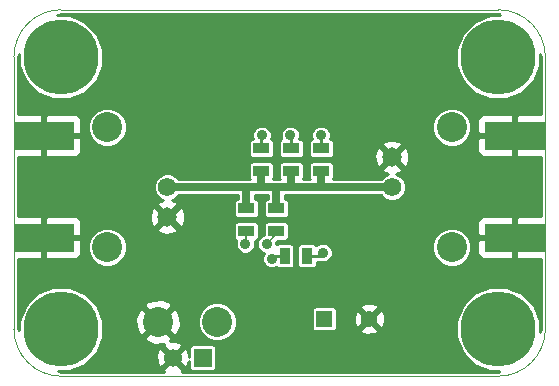
<source format=gbl>
G04 (created by PCBNEW (2013-04-19 BZR 4011)-stable) date 22/05/2013 10:42:45*
%MOIN*%
G04 Gerber Fmt 3.4, Leading zero omitted, Abs format*
%FSLAX34Y34*%
G01*
G70*
G90*
G04 APERTURE LIST*
%ADD10C,0.006*%
%ADD11C,0.00393701*%
%ADD12R,0.055X0.035*%
%ADD13R,0.055X0.055*%
%ADD14C,0.055*%
%ADD15C,0.1*%
%ADD16C,0.25*%
%ADD17R,0.2X0.095*%
%ADD18C,0.062*%
%ADD19C,0.065*%
%ADD20R,0.035X0.055*%
%ADD21R,0.06X0.06*%
%ADD22C,0.06*%
%ADD23C,0.035*%
%ADD24C,0.008*%
%ADD25C,0.01*%
%ADD26C,0.025*%
G04 APERTURE END LIST*
G54D10*
G54D11*
X17716Y-10629D02*
X17716Y-1574D01*
X0Y-1574D02*
X0Y-10629D01*
X1574Y-12216D02*
X16141Y-12216D01*
X16141Y0D02*
X1574Y0D01*
X0Y-10641D02*
G75*
G03X1574Y-12216I1574J0D01*
G74*
G01*
X16141Y-12216D02*
G75*
G03X17716Y-10641I0J1574D01*
G74*
G01*
X17716Y-1574D02*
G75*
G03X16141Y0I-1574J0D01*
G74*
G01*
X1574Y0D02*
G75*
G03X0Y-1574I0J-1574D01*
G74*
G01*
G54D12*
X8750Y-7375D03*
X8750Y-6625D03*
X7750Y-7375D03*
X7750Y-6625D03*
X10250Y-4625D03*
X10250Y-5375D03*
X9250Y-4625D03*
X9250Y-5375D03*
X8250Y-4625D03*
X8250Y-5375D03*
G54D13*
X10350Y-10300D03*
G54D14*
X11850Y-10300D03*
G54D15*
X6771Y-10405D03*
X4803Y-10405D03*
G54D16*
X1574Y-10641D03*
X16141Y-1586D03*
X1574Y-1586D03*
G54D17*
X1000Y-4200D03*
X1000Y-7600D03*
G54D18*
X5118Y-5917D03*
G54D19*
X5118Y-6917D03*
G54D15*
X3118Y-7917D03*
X3118Y-3917D03*
G54D17*
X16700Y-4200D03*
X16700Y-7600D03*
G54D16*
X16141Y-10641D03*
G54D18*
X12598Y-5917D03*
G54D19*
X12598Y-4917D03*
G54D15*
X14598Y-3917D03*
X14598Y-7917D03*
G54D20*
X9025Y-8200D03*
X9775Y-8200D03*
G54D21*
X6300Y-11600D03*
G54D22*
X5300Y-11600D03*
G54D23*
X7480Y-11811D03*
X1000Y-8500D03*
X1000Y-3300D03*
X16700Y-8400D03*
X16700Y-3400D03*
X6200Y-7200D03*
X10629Y-7098D03*
X6929Y-4027D03*
X8425Y-7807D03*
X7716Y-7807D03*
X10300Y-8100D03*
X10236Y-4185D03*
X9212Y-4185D03*
X8267Y-4185D03*
X8600Y-8300D03*
G54D24*
X8750Y-7482D02*
X8750Y-7375D01*
X8425Y-7807D02*
X8750Y-7482D01*
X7750Y-7773D02*
X7750Y-7375D01*
X7716Y-7807D02*
X7750Y-7773D01*
G54D25*
X10200Y-8200D02*
X9775Y-8200D01*
X10300Y-8100D02*
X10200Y-8200D01*
G54D26*
X7750Y-6625D02*
X7750Y-5917D01*
X8750Y-6625D02*
X8750Y-5917D01*
X8250Y-5375D02*
X8250Y-5917D01*
X9250Y-5375D02*
X9250Y-5917D01*
X10250Y-5375D02*
X10250Y-5917D01*
X5118Y-5917D02*
X7750Y-5917D01*
X7750Y-5917D02*
X8250Y-5917D01*
X8250Y-5917D02*
X8750Y-5917D01*
X8750Y-5917D02*
X9250Y-5917D01*
X9250Y-5917D02*
X10250Y-5917D01*
X10250Y-5917D02*
X12598Y-5917D01*
G54D25*
X10250Y-4198D02*
X10250Y-4625D01*
X10236Y-4185D02*
X10250Y-4198D01*
X9250Y-4222D02*
X9250Y-4625D01*
X9212Y-4185D02*
X9250Y-4222D01*
X8250Y-4625D02*
X8250Y-4202D01*
X8250Y-4202D02*
X8267Y-4185D01*
X8700Y-8200D02*
X9025Y-8200D01*
X8600Y-8300D02*
X8700Y-8200D01*
G54D10*
G36*
X17566Y-10629D02*
X17545Y-10735D01*
X17541Y-10739D01*
X17541Y-10364D01*
X17329Y-9849D01*
X16935Y-9455D01*
X16650Y-9336D01*
X16650Y-8262D01*
X16650Y-7650D01*
X16650Y-7550D01*
X16650Y-6937D01*
X16650Y-4862D01*
X16650Y-4250D01*
X16650Y-4150D01*
X16650Y-3537D01*
X16587Y-3475D01*
X15650Y-3474D01*
X15558Y-3512D01*
X15488Y-3583D01*
X15450Y-3675D01*
X15449Y-3774D01*
X15450Y-4087D01*
X15512Y-4150D01*
X16650Y-4150D01*
X16650Y-4250D01*
X15512Y-4250D01*
X15450Y-4312D01*
X15449Y-4625D01*
X15450Y-4724D01*
X15488Y-4816D01*
X15558Y-4887D01*
X15650Y-4925D01*
X16587Y-4925D01*
X16650Y-4862D01*
X16650Y-6937D01*
X16587Y-6875D01*
X15650Y-6874D01*
X15558Y-6912D01*
X15488Y-6983D01*
X15450Y-7075D01*
X15449Y-7174D01*
X15450Y-7487D01*
X15512Y-7550D01*
X16650Y-7550D01*
X16650Y-7650D01*
X15512Y-7650D01*
X15450Y-7712D01*
X15449Y-8025D01*
X15450Y-8124D01*
X15488Y-8216D01*
X15558Y-8287D01*
X15650Y-8325D01*
X16587Y-8325D01*
X16650Y-8262D01*
X16650Y-9336D01*
X16421Y-9241D01*
X15864Y-9241D01*
X15349Y-9454D01*
X15248Y-9555D01*
X15248Y-7788D01*
X15248Y-3788D01*
X15149Y-3549D01*
X14967Y-3366D01*
X14728Y-3267D01*
X14469Y-3267D01*
X14230Y-3365D01*
X14047Y-3548D01*
X13948Y-3787D01*
X13948Y-4046D01*
X14047Y-4285D01*
X14229Y-4468D01*
X14468Y-4567D01*
X14727Y-4567D01*
X14966Y-4468D01*
X15149Y-4285D01*
X15248Y-4047D01*
X15248Y-3788D01*
X15248Y-7788D01*
X15149Y-7549D01*
X14967Y-7366D01*
X14728Y-7267D01*
X14469Y-7267D01*
X14230Y-7365D01*
X14047Y-7548D01*
X13948Y-7787D01*
X13948Y-8046D01*
X14047Y-8285D01*
X14229Y-8468D01*
X14468Y-8567D01*
X14727Y-8567D01*
X14966Y-8468D01*
X15149Y-8285D01*
X15248Y-8047D01*
X15248Y-7788D01*
X15248Y-9555D01*
X14955Y-9847D01*
X14741Y-10362D01*
X14741Y-10918D01*
X14954Y-11433D01*
X15347Y-11827D01*
X15862Y-12041D01*
X16174Y-12041D01*
X16153Y-12061D01*
X16126Y-12066D01*
X13178Y-12066D01*
X13178Y-5005D01*
X13167Y-4776D01*
X13100Y-4614D01*
X13002Y-4584D01*
X12931Y-4654D01*
X12931Y-4513D01*
X12901Y-4415D01*
X12686Y-4337D01*
X12457Y-4348D01*
X12295Y-4415D01*
X12265Y-4513D01*
X12598Y-4846D01*
X12931Y-4513D01*
X12931Y-4654D01*
X12669Y-4917D01*
X13002Y-5250D01*
X13100Y-5220D01*
X13178Y-5005D01*
X13178Y-12066D01*
X13058Y-12066D01*
X13058Y-5826D01*
X12988Y-5657D01*
X12859Y-5527D01*
X12749Y-5482D01*
X12901Y-5419D01*
X12931Y-5321D01*
X12598Y-4988D01*
X12527Y-5058D01*
X12527Y-4917D01*
X12194Y-4584D01*
X12096Y-4614D01*
X12018Y-4829D01*
X12029Y-5058D01*
X12096Y-5220D01*
X12194Y-5250D01*
X12527Y-4917D01*
X12527Y-5058D01*
X12265Y-5321D01*
X12295Y-5419D01*
X12457Y-5477D01*
X12338Y-5527D01*
X12222Y-5642D01*
X10644Y-5642D01*
X10652Y-5635D01*
X10674Y-5579D01*
X10675Y-5520D01*
X10675Y-5170D01*
X10675Y-4770D01*
X10675Y-4420D01*
X10652Y-4365D01*
X10610Y-4322D01*
X10554Y-4300D01*
X10540Y-4300D01*
X10561Y-4249D01*
X10561Y-4120D01*
X10511Y-4001D01*
X10420Y-3909D01*
X10301Y-3860D01*
X10171Y-3859D01*
X10052Y-3909D01*
X9960Y-4000D01*
X9911Y-4120D01*
X9911Y-4249D01*
X9933Y-4304D01*
X9890Y-4322D01*
X9847Y-4364D01*
X9825Y-4420D01*
X9824Y-4479D01*
X9824Y-4829D01*
X9847Y-4884D01*
X9889Y-4927D01*
X9945Y-4949D01*
X10004Y-4950D01*
X10554Y-4950D01*
X10609Y-4927D01*
X10652Y-4885D01*
X10674Y-4829D01*
X10675Y-4770D01*
X10675Y-5170D01*
X10652Y-5115D01*
X10610Y-5072D01*
X10554Y-5050D01*
X10495Y-5049D01*
X9945Y-5049D01*
X9890Y-5072D01*
X9847Y-5114D01*
X9825Y-5170D01*
X9824Y-5229D01*
X9824Y-5579D01*
X9847Y-5634D01*
X9855Y-5642D01*
X9644Y-5642D01*
X9652Y-5635D01*
X9674Y-5579D01*
X9675Y-5520D01*
X9675Y-5170D01*
X9675Y-4770D01*
X9675Y-4420D01*
X9652Y-4365D01*
X9610Y-4322D01*
X9554Y-4300D01*
X9516Y-4299D01*
X9537Y-4249D01*
X9537Y-4120D01*
X9488Y-4001D01*
X9396Y-3909D01*
X9277Y-3860D01*
X9148Y-3859D01*
X9028Y-3909D01*
X8937Y-4000D01*
X8887Y-4120D01*
X8887Y-4249D01*
X8913Y-4312D01*
X8890Y-4322D01*
X8847Y-4364D01*
X8825Y-4420D01*
X8824Y-4479D01*
X8824Y-4829D01*
X8847Y-4884D01*
X8889Y-4927D01*
X8945Y-4949D01*
X9004Y-4950D01*
X9554Y-4950D01*
X9609Y-4927D01*
X9652Y-4885D01*
X9674Y-4829D01*
X9675Y-4770D01*
X9675Y-5170D01*
X9652Y-5115D01*
X9610Y-5072D01*
X9554Y-5050D01*
X9495Y-5049D01*
X8945Y-5049D01*
X8890Y-5072D01*
X8847Y-5114D01*
X8825Y-5170D01*
X8824Y-5229D01*
X8824Y-5579D01*
X8847Y-5634D01*
X8855Y-5642D01*
X8750Y-5642D01*
X8644Y-5642D01*
X8652Y-5635D01*
X8674Y-5579D01*
X8675Y-5520D01*
X8675Y-5170D01*
X8675Y-4770D01*
X8675Y-4420D01*
X8652Y-4365D01*
X8610Y-4322D01*
X8569Y-4306D01*
X8592Y-4249D01*
X8592Y-4120D01*
X8543Y-4001D01*
X8452Y-3909D01*
X8332Y-3860D01*
X8203Y-3859D01*
X8083Y-3909D01*
X7992Y-4000D01*
X7942Y-4120D01*
X7942Y-4249D01*
X7963Y-4299D01*
X7945Y-4299D01*
X7890Y-4322D01*
X7847Y-4364D01*
X7825Y-4420D01*
X7824Y-4479D01*
X7824Y-4829D01*
X7847Y-4884D01*
X7889Y-4927D01*
X7945Y-4949D01*
X8004Y-4950D01*
X8554Y-4950D01*
X8609Y-4927D01*
X8652Y-4885D01*
X8674Y-4829D01*
X8675Y-4770D01*
X8675Y-5170D01*
X8652Y-5115D01*
X8610Y-5072D01*
X8554Y-5050D01*
X8495Y-5049D01*
X7945Y-5049D01*
X7890Y-5072D01*
X7847Y-5114D01*
X7825Y-5170D01*
X7824Y-5229D01*
X7824Y-5579D01*
X7847Y-5634D01*
X7855Y-5642D01*
X7750Y-5642D01*
X5493Y-5642D01*
X5379Y-5527D01*
X5210Y-5457D01*
X5027Y-5457D01*
X4857Y-5527D01*
X4728Y-5656D01*
X4658Y-5825D01*
X4658Y-6008D01*
X4727Y-6177D01*
X4857Y-6307D01*
X4966Y-6352D01*
X4815Y-6415D01*
X4784Y-6513D01*
X5118Y-6846D01*
X5451Y-6513D01*
X5421Y-6415D01*
X5258Y-6356D01*
X5378Y-6307D01*
X5493Y-6192D01*
X7475Y-6192D01*
X7475Y-6299D01*
X7445Y-6299D01*
X7390Y-6322D01*
X7347Y-6364D01*
X7325Y-6420D01*
X7324Y-6479D01*
X7324Y-6829D01*
X7347Y-6884D01*
X7389Y-6927D01*
X7445Y-6949D01*
X7504Y-6950D01*
X8054Y-6950D01*
X8109Y-6927D01*
X8152Y-6885D01*
X8174Y-6829D01*
X8175Y-6770D01*
X8175Y-6420D01*
X8152Y-6365D01*
X8110Y-6322D01*
X8054Y-6300D01*
X8025Y-6299D01*
X8025Y-6192D01*
X8250Y-6192D01*
X8475Y-6192D01*
X8475Y-6299D01*
X8445Y-6299D01*
X8390Y-6322D01*
X8347Y-6364D01*
X8325Y-6420D01*
X8324Y-6479D01*
X8324Y-6829D01*
X8347Y-6884D01*
X8389Y-6927D01*
X8445Y-6949D01*
X8504Y-6950D01*
X9054Y-6950D01*
X9109Y-6927D01*
X9152Y-6885D01*
X9174Y-6829D01*
X9175Y-6770D01*
X9175Y-6420D01*
X9152Y-6365D01*
X9110Y-6322D01*
X9054Y-6300D01*
X9025Y-6299D01*
X9025Y-6192D01*
X9250Y-6192D01*
X10250Y-6192D01*
X12222Y-6192D01*
X12337Y-6307D01*
X12506Y-6377D01*
X12689Y-6377D01*
X12858Y-6307D01*
X12988Y-6178D01*
X13058Y-6009D01*
X13058Y-5826D01*
X13058Y-12066D01*
X12379Y-12066D01*
X12379Y-10375D01*
X12368Y-10167D01*
X12310Y-10027D01*
X12217Y-10002D01*
X12147Y-10073D01*
X12147Y-9932D01*
X12122Y-9839D01*
X11925Y-9770D01*
X11717Y-9781D01*
X11577Y-9839D01*
X11552Y-9932D01*
X11850Y-10229D01*
X12147Y-9932D01*
X12147Y-10073D01*
X11920Y-10300D01*
X12217Y-10597D01*
X12310Y-10572D01*
X12379Y-10375D01*
X12379Y-12066D01*
X12147Y-12066D01*
X12147Y-10667D01*
X11850Y-10370D01*
X11779Y-10441D01*
X11779Y-10300D01*
X11482Y-10002D01*
X11389Y-10027D01*
X11320Y-10224D01*
X11331Y-10432D01*
X11389Y-10572D01*
X11482Y-10597D01*
X11779Y-10300D01*
X11779Y-10441D01*
X11552Y-10667D01*
X11577Y-10760D01*
X11774Y-10829D01*
X11982Y-10818D01*
X12122Y-10760D01*
X12147Y-10667D01*
X12147Y-12066D01*
X10775Y-12066D01*
X10775Y-10545D01*
X10775Y-9995D01*
X10752Y-9940D01*
X10710Y-9897D01*
X10654Y-9875D01*
X10625Y-9874D01*
X10625Y-8035D01*
X10575Y-7916D01*
X10484Y-7824D01*
X10364Y-7775D01*
X10235Y-7774D01*
X10116Y-7824D01*
X10083Y-7856D01*
X10077Y-7840D01*
X10035Y-7797D01*
X9979Y-7775D01*
X9920Y-7774D01*
X9570Y-7774D01*
X9515Y-7797D01*
X9472Y-7839D01*
X9450Y-7895D01*
X9449Y-7954D01*
X9449Y-8504D01*
X9472Y-8559D01*
X9514Y-8602D01*
X9570Y-8624D01*
X9629Y-8625D01*
X9979Y-8625D01*
X10034Y-8602D01*
X10077Y-8560D01*
X10099Y-8504D01*
X10100Y-8445D01*
X10100Y-8400D01*
X10174Y-8400D01*
X10235Y-8424D01*
X10364Y-8425D01*
X10483Y-8375D01*
X10575Y-8284D01*
X10624Y-8164D01*
X10625Y-8035D01*
X10625Y-9874D01*
X10595Y-9874D01*
X10045Y-9874D01*
X9990Y-9897D01*
X9947Y-9939D01*
X9925Y-9995D01*
X9924Y-10054D01*
X9924Y-10604D01*
X9947Y-10659D01*
X9989Y-10702D01*
X10045Y-10724D01*
X10104Y-10725D01*
X10654Y-10725D01*
X10709Y-10702D01*
X10752Y-10660D01*
X10774Y-10604D01*
X10775Y-10545D01*
X10775Y-12066D01*
X9350Y-12066D01*
X9350Y-8445D01*
X9350Y-7895D01*
X9327Y-7840D01*
X9285Y-7797D01*
X9229Y-7775D01*
X9170Y-7774D01*
X8820Y-7774D01*
X8765Y-7797D01*
X8750Y-7812D01*
X8750Y-7750D01*
X8800Y-7700D01*
X9054Y-7700D01*
X9109Y-7677D01*
X9152Y-7635D01*
X9174Y-7579D01*
X9175Y-7520D01*
X9175Y-7170D01*
X9152Y-7115D01*
X9110Y-7072D01*
X9054Y-7050D01*
X8995Y-7049D01*
X8445Y-7049D01*
X8390Y-7072D01*
X8347Y-7114D01*
X8325Y-7170D01*
X8324Y-7229D01*
X8324Y-7496D01*
X8241Y-7531D01*
X8162Y-7610D01*
X8174Y-7579D01*
X8175Y-7520D01*
X8175Y-7170D01*
X8152Y-7115D01*
X8110Y-7072D01*
X8054Y-7050D01*
X7995Y-7049D01*
X7445Y-7049D01*
X7390Y-7072D01*
X7347Y-7114D01*
X7325Y-7170D01*
X7324Y-7229D01*
X7324Y-7579D01*
X7347Y-7634D01*
X7389Y-7677D01*
X7414Y-7687D01*
X7391Y-7742D01*
X7391Y-7871D01*
X7440Y-7990D01*
X7532Y-8082D01*
X7651Y-8132D01*
X7780Y-8132D01*
X7900Y-8082D01*
X7991Y-7991D01*
X8041Y-7872D01*
X8041Y-7742D01*
X8023Y-7700D01*
X8054Y-7700D01*
X8109Y-7677D01*
X8139Y-7647D01*
X8100Y-7742D01*
X8100Y-7871D01*
X8149Y-7990D01*
X8240Y-8082D01*
X8324Y-8117D01*
X8275Y-8235D01*
X8274Y-8364D01*
X8324Y-8483D01*
X8415Y-8575D01*
X8535Y-8624D01*
X8664Y-8625D01*
X8751Y-8588D01*
X8764Y-8602D01*
X8820Y-8624D01*
X8879Y-8625D01*
X9229Y-8625D01*
X9284Y-8602D01*
X9327Y-8560D01*
X9349Y-8504D01*
X9350Y-8445D01*
X9350Y-12066D01*
X7421Y-12066D01*
X7421Y-10276D01*
X7323Y-10037D01*
X7140Y-9854D01*
X6901Y-9755D01*
X6642Y-9755D01*
X6403Y-9854D01*
X6220Y-10036D01*
X6121Y-10275D01*
X6121Y-10534D01*
X6220Y-10773D01*
X6402Y-10956D01*
X6641Y-11055D01*
X6900Y-11055D01*
X7139Y-10956D01*
X7322Y-10774D01*
X7421Y-10535D01*
X7421Y-10276D01*
X7421Y-12066D01*
X6750Y-12066D01*
X6750Y-11870D01*
X6750Y-11270D01*
X6727Y-11215D01*
X6685Y-11172D01*
X6629Y-11150D01*
X6570Y-11149D01*
X5970Y-11149D01*
X5915Y-11172D01*
X5872Y-11214D01*
X5850Y-11270D01*
X5849Y-11329D01*
X5849Y-11585D01*
X5843Y-11463D01*
X5781Y-11312D01*
X5697Y-11288D01*
X5697Y-7005D01*
X5687Y-6776D01*
X5620Y-6614D01*
X5522Y-6584D01*
X5188Y-6917D01*
X5522Y-7250D01*
X5620Y-7220D01*
X5697Y-7005D01*
X5697Y-11288D01*
X5685Y-11284D01*
X5615Y-11355D01*
X5615Y-11214D01*
X5587Y-11118D01*
X5556Y-11107D01*
X5556Y-10535D01*
X5548Y-10236D01*
X5451Y-10001D01*
X5451Y-7321D01*
X5118Y-6988D01*
X5047Y-7058D01*
X5047Y-6917D01*
X4714Y-6584D01*
X4616Y-6614D01*
X4538Y-6829D01*
X4548Y-7058D01*
X4616Y-7220D01*
X4714Y-7250D01*
X5047Y-6917D01*
X5047Y-7058D01*
X4784Y-7321D01*
X4815Y-7419D01*
X5030Y-7496D01*
X5258Y-7486D01*
X5421Y-7419D01*
X5451Y-7321D01*
X5451Y-10001D01*
X5449Y-9997D01*
X5333Y-9945D01*
X5263Y-10016D01*
X5263Y-9874D01*
X5211Y-9758D01*
X4932Y-9651D01*
X4634Y-9659D01*
X4395Y-9758D01*
X4343Y-9874D01*
X4803Y-10334D01*
X5263Y-9874D01*
X5263Y-10016D01*
X4873Y-10405D01*
X5333Y-10865D01*
X5449Y-10813D01*
X5556Y-10535D01*
X5556Y-11107D01*
X5381Y-11045D01*
X5207Y-11053D01*
X5211Y-11052D01*
X5263Y-10936D01*
X4803Y-10476D01*
X4732Y-10546D01*
X4732Y-10405D01*
X4272Y-9945D01*
X4156Y-9997D01*
X4049Y-10275D01*
X4057Y-10574D01*
X4156Y-10813D01*
X4272Y-10865D01*
X4732Y-10405D01*
X4732Y-10546D01*
X4343Y-10936D01*
X4395Y-11052D01*
X4673Y-11159D01*
X4971Y-11151D01*
X5006Y-11136D01*
X4984Y-11214D01*
X5300Y-11529D01*
X5615Y-11214D01*
X5615Y-11355D01*
X5370Y-11600D01*
X5685Y-11915D01*
X5781Y-11887D01*
X5849Y-11695D01*
X5849Y-11929D01*
X5872Y-11984D01*
X5914Y-12027D01*
X5970Y-12049D01*
X6029Y-12050D01*
X6629Y-12050D01*
X6684Y-12027D01*
X6727Y-11985D01*
X6749Y-11929D01*
X6750Y-11870D01*
X6750Y-12066D01*
X5591Y-12066D01*
X5615Y-11985D01*
X5300Y-11670D01*
X5229Y-11741D01*
X5229Y-11600D01*
X4914Y-11284D01*
X4818Y-11312D01*
X4745Y-11518D01*
X4756Y-11736D01*
X4818Y-11887D01*
X4914Y-11915D01*
X5229Y-11600D01*
X5229Y-11741D01*
X4984Y-11985D01*
X5008Y-12066D01*
X3768Y-12066D01*
X3768Y-7788D01*
X3768Y-3788D01*
X3669Y-3549D01*
X3486Y-3366D01*
X3247Y-3267D01*
X2989Y-3267D01*
X2750Y-3365D01*
X2567Y-3548D01*
X2468Y-3787D01*
X2467Y-4046D01*
X2566Y-4285D01*
X2749Y-4468D01*
X2988Y-4567D01*
X3246Y-4567D01*
X3485Y-4468D01*
X3668Y-4285D01*
X3767Y-4047D01*
X3768Y-3788D01*
X3768Y-7788D01*
X3669Y-7549D01*
X3486Y-7366D01*
X3247Y-7267D01*
X2989Y-7267D01*
X2750Y-7365D01*
X2567Y-7548D01*
X2468Y-7787D01*
X2467Y-8046D01*
X2566Y-8285D01*
X2749Y-8468D01*
X2988Y-8567D01*
X3246Y-8567D01*
X3485Y-8468D01*
X3668Y-8285D01*
X3767Y-8047D01*
X3768Y-7788D01*
X3768Y-12066D01*
X1586Y-12066D01*
X1460Y-12041D01*
X1852Y-12041D01*
X2366Y-11829D01*
X2760Y-11435D01*
X2974Y-10921D01*
X2975Y-10364D01*
X2762Y-9849D01*
X2368Y-9455D01*
X2250Y-9406D01*
X2250Y-8025D01*
X2250Y-7174D01*
X2250Y-4625D01*
X2250Y-3774D01*
X2249Y-3675D01*
X2211Y-3583D01*
X2141Y-3512D01*
X2049Y-3474D01*
X1112Y-3475D01*
X1050Y-3537D01*
X1050Y-4150D01*
X2187Y-4150D01*
X2250Y-4087D01*
X2250Y-3774D01*
X2250Y-4625D01*
X2250Y-4312D01*
X2187Y-4250D01*
X1050Y-4250D01*
X1050Y-4862D01*
X1112Y-4925D01*
X2049Y-4925D01*
X2141Y-4887D01*
X2211Y-4816D01*
X2249Y-4724D01*
X2250Y-4625D01*
X2250Y-7174D01*
X2249Y-7075D01*
X2211Y-6983D01*
X2141Y-6912D01*
X2049Y-6874D01*
X1112Y-6875D01*
X1050Y-6937D01*
X1050Y-7550D01*
X2187Y-7550D01*
X2250Y-7487D01*
X2250Y-7174D01*
X2250Y-8025D01*
X2250Y-7712D01*
X2187Y-7650D01*
X1050Y-7650D01*
X1050Y-8262D01*
X1112Y-8325D01*
X2049Y-8325D01*
X2141Y-8287D01*
X2211Y-8216D01*
X2249Y-8124D01*
X2250Y-8025D01*
X2250Y-9406D01*
X1854Y-9241D01*
X1297Y-9241D01*
X782Y-9454D01*
X388Y-9847D01*
X175Y-10362D01*
X174Y-10681D01*
X156Y-10661D01*
X149Y-10626D01*
X149Y-8325D01*
X887Y-8325D01*
X950Y-8262D01*
X950Y-7650D01*
X942Y-7650D01*
X942Y-7550D01*
X950Y-7550D01*
X950Y-6937D01*
X887Y-6875D01*
X149Y-6874D01*
X149Y-4925D01*
X887Y-4925D01*
X950Y-4862D01*
X950Y-4250D01*
X942Y-4250D01*
X942Y-4150D01*
X950Y-4150D01*
X950Y-3537D01*
X887Y-3475D01*
X149Y-3474D01*
X149Y-1589D01*
X174Y-1463D01*
X174Y-1863D01*
X387Y-2378D01*
X780Y-2772D01*
X1295Y-2986D01*
X1852Y-2986D01*
X2366Y-2774D01*
X2760Y-2380D01*
X2974Y-1866D01*
X2975Y-1309D01*
X2762Y-794D01*
X2368Y-400D01*
X1854Y-186D01*
X1452Y-186D01*
X1466Y-173D01*
X1586Y-149D01*
X16126Y-149D01*
X16154Y-155D01*
X16191Y-186D01*
X15864Y-186D01*
X15349Y-399D01*
X14955Y-792D01*
X14741Y-1306D01*
X14741Y-1863D01*
X14954Y-2378D01*
X15347Y-2772D01*
X15862Y-2986D01*
X16418Y-2986D01*
X16933Y-2774D01*
X17327Y-2380D01*
X17541Y-1866D01*
X17541Y-1461D01*
X17566Y-1586D01*
X17566Y-3474D01*
X16812Y-3475D01*
X16750Y-3537D01*
X16750Y-4150D01*
X16757Y-4150D01*
X16757Y-4250D01*
X16750Y-4250D01*
X16750Y-4862D01*
X16812Y-4925D01*
X17566Y-4925D01*
X17566Y-6874D01*
X16812Y-6875D01*
X16750Y-6937D01*
X16750Y-7550D01*
X16757Y-7550D01*
X16757Y-7650D01*
X16750Y-7650D01*
X16750Y-8262D01*
X16812Y-8325D01*
X17566Y-8325D01*
X17566Y-10629D01*
X17566Y-10629D01*
G37*
G54D25*
X17566Y-10629D02*
X17545Y-10735D01*
X17541Y-10739D01*
X17541Y-10364D01*
X17329Y-9849D01*
X16935Y-9455D01*
X16650Y-9336D01*
X16650Y-8262D01*
X16650Y-7650D01*
X16650Y-7550D01*
X16650Y-6937D01*
X16650Y-4862D01*
X16650Y-4250D01*
X16650Y-4150D01*
X16650Y-3537D01*
X16587Y-3475D01*
X15650Y-3474D01*
X15558Y-3512D01*
X15488Y-3583D01*
X15450Y-3675D01*
X15449Y-3774D01*
X15450Y-4087D01*
X15512Y-4150D01*
X16650Y-4150D01*
X16650Y-4250D01*
X15512Y-4250D01*
X15450Y-4312D01*
X15449Y-4625D01*
X15450Y-4724D01*
X15488Y-4816D01*
X15558Y-4887D01*
X15650Y-4925D01*
X16587Y-4925D01*
X16650Y-4862D01*
X16650Y-6937D01*
X16587Y-6875D01*
X15650Y-6874D01*
X15558Y-6912D01*
X15488Y-6983D01*
X15450Y-7075D01*
X15449Y-7174D01*
X15450Y-7487D01*
X15512Y-7550D01*
X16650Y-7550D01*
X16650Y-7650D01*
X15512Y-7650D01*
X15450Y-7712D01*
X15449Y-8025D01*
X15450Y-8124D01*
X15488Y-8216D01*
X15558Y-8287D01*
X15650Y-8325D01*
X16587Y-8325D01*
X16650Y-8262D01*
X16650Y-9336D01*
X16421Y-9241D01*
X15864Y-9241D01*
X15349Y-9454D01*
X15248Y-9555D01*
X15248Y-7788D01*
X15248Y-3788D01*
X15149Y-3549D01*
X14967Y-3366D01*
X14728Y-3267D01*
X14469Y-3267D01*
X14230Y-3365D01*
X14047Y-3548D01*
X13948Y-3787D01*
X13948Y-4046D01*
X14047Y-4285D01*
X14229Y-4468D01*
X14468Y-4567D01*
X14727Y-4567D01*
X14966Y-4468D01*
X15149Y-4285D01*
X15248Y-4047D01*
X15248Y-3788D01*
X15248Y-7788D01*
X15149Y-7549D01*
X14967Y-7366D01*
X14728Y-7267D01*
X14469Y-7267D01*
X14230Y-7365D01*
X14047Y-7548D01*
X13948Y-7787D01*
X13948Y-8046D01*
X14047Y-8285D01*
X14229Y-8468D01*
X14468Y-8567D01*
X14727Y-8567D01*
X14966Y-8468D01*
X15149Y-8285D01*
X15248Y-8047D01*
X15248Y-7788D01*
X15248Y-9555D01*
X14955Y-9847D01*
X14741Y-10362D01*
X14741Y-10918D01*
X14954Y-11433D01*
X15347Y-11827D01*
X15862Y-12041D01*
X16174Y-12041D01*
X16153Y-12061D01*
X16126Y-12066D01*
X13178Y-12066D01*
X13178Y-5005D01*
X13167Y-4776D01*
X13100Y-4614D01*
X13002Y-4584D01*
X12931Y-4654D01*
X12931Y-4513D01*
X12901Y-4415D01*
X12686Y-4337D01*
X12457Y-4348D01*
X12295Y-4415D01*
X12265Y-4513D01*
X12598Y-4846D01*
X12931Y-4513D01*
X12931Y-4654D01*
X12669Y-4917D01*
X13002Y-5250D01*
X13100Y-5220D01*
X13178Y-5005D01*
X13178Y-12066D01*
X13058Y-12066D01*
X13058Y-5826D01*
X12988Y-5657D01*
X12859Y-5527D01*
X12749Y-5482D01*
X12901Y-5419D01*
X12931Y-5321D01*
X12598Y-4988D01*
X12527Y-5058D01*
X12527Y-4917D01*
X12194Y-4584D01*
X12096Y-4614D01*
X12018Y-4829D01*
X12029Y-5058D01*
X12096Y-5220D01*
X12194Y-5250D01*
X12527Y-4917D01*
X12527Y-5058D01*
X12265Y-5321D01*
X12295Y-5419D01*
X12457Y-5477D01*
X12338Y-5527D01*
X12222Y-5642D01*
X10644Y-5642D01*
X10652Y-5635D01*
X10674Y-5579D01*
X10675Y-5520D01*
X10675Y-5170D01*
X10675Y-4770D01*
X10675Y-4420D01*
X10652Y-4365D01*
X10610Y-4322D01*
X10554Y-4300D01*
X10540Y-4300D01*
X10561Y-4249D01*
X10561Y-4120D01*
X10511Y-4001D01*
X10420Y-3909D01*
X10301Y-3860D01*
X10171Y-3859D01*
X10052Y-3909D01*
X9960Y-4000D01*
X9911Y-4120D01*
X9911Y-4249D01*
X9933Y-4304D01*
X9890Y-4322D01*
X9847Y-4364D01*
X9825Y-4420D01*
X9824Y-4479D01*
X9824Y-4829D01*
X9847Y-4884D01*
X9889Y-4927D01*
X9945Y-4949D01*
X10004Y-4950D01*
X10554Y-4950D01*
X10609Y-4927D01*
X10652Y-4885D01*
X10674Y-4829D01*
X10675Y-4770D01*
X10675Y-5170D01*
X10652Y-5115D01*
X10610Y-5072D01*
X10554Y-5050D01*
X10495Y-5049D01*
X9945Y-5049D01*
X9890Y-5072D01*
X9847Y-5114D01*
X9825Y-5170D01*
X9824Y-5229D01*
X9824Y-5579D01*
X9847Y-5634D01*
X9855Y-5642D01*
X9644Y-5642D01*
X9652Y-5635D01*
X9674Y-5579D01*
X9675Y-5520D01*
X9675Y-5170D01*
X9675Y-4770D01*
X9675Y-4420D01*
X9652Y-4365D01*
X9610Y-4322D01*
X9554Y-4300D01*
X9516Y-4299D01*
X9537Y-4249D01*
X9537Y-4120D01*
X9488Y-4001D01*
X9396Y-3909D01*
X9277Y-3860D01*
X9148Y-3859D01*
X9028Y-3909D01*
X8937Y-4000D01*
X8887Y-4120D01*
X8887Y-4249D01*
X8913Y-4312D01*
X8890Y-4322D01*
X8847Y-4364D01*
X8825Y-4420D01*
X8824Y-4479D01*
X8824Y-4829D01*
X8847Y-4884D01*
X8889Y-4927D01*
X8945Y-4949D01*
X9004Y-4950D01*
X9554Y-4950D01*
X9609Y-4927D01*
X9652Y-4885D01*
X9674Y-4829D01*
X9675Y-4770D01*
X9675Y-5170D01*
X9652Y-5115D01*
X9610Y-5072D01*
X9554Y-5050D01*
X9495Y-5049D01*
X8945Y-5049D01*
X8890Y-5072D01*
X8847Y-5114D01*
X8825Y-5170D01*
X8824Y-5229D01*
X8824Y-5579D01*
X8847Y-5634D01*
X8855Y-5642D01*
X8750Y-5642D01*
X8644Y-5642D01*
X8652Y-5635D01*
X8674Y-5579D01*
X8675Y-5520D01*
X8675Y-5170D01*
X8675Y-4770D01*
X8675Y-4420D01*
X8652Y-4365D01*
X8610Y-4322D01*
X8569Y-4306D01*
X8592Y-4249D01*
X8592Y-4120D01*
X8543Y-4001D01*
X8452Y-3909D01*
X8332Y-3860D01*
X8203Y-3859D01*
X8083Y-3909D01*
X7992Y-4000D01*
X7942Y-4120D01*
X7942Y-4249D01*
X7963Y-4299D01*
X7945Y-4299D01*
X7890Y-4322D01*
X7847Y-4364D01*
X7825Y-4420D01*
X7824Y-4479D01*
X7824Y-4829D01*
X7847Y-4884D01*
X7889Y-4927D01*
X7945Y-4949D01*
X8004Y-4950D01*
X8554Y-4950D01*
X8609Y-4927D01*
X8652Y-4885D01*
X8674Y-4829D01*
X8675Y-4770D01*
X8675Y-5170D01*
X8652Y-5115D01*
X8610Y-5072D01*
X8554Y-5050D01*
X8495Y-5049D01*
X7945Y-5049D01*
X7890Y-5072D01*
X7847Y-5114D01*
X7825Y-5170D01*
X7824Y-5229D01*
X7824Y-5579D01*
X7847Y-5634D01*
X7855Y-5642D01*
X7750Y-5642D01*
X5493Y-5642D01*
X5379Y-5527D01*
X5210Y-5457D01*
X5027Y-5457D01*
X4857Y-5527D01*
X4728Y-5656D01*
X4658Y-5825D01*
X4658Y-6008D01*
X4727Y-6177D01*
X4857Y-6307D01*
X4966Y-6352D01*
X4815Y-6415D01*
X4784Y-6513D01*
X5118Y-6846D01*
X5451Y-6513D01*
X5421Y-6415D01*
X5258Y-6356D01*
X5378Y-6307D01*
X5493Y-6192D01*
X7475Y-6192D01*
X7475Y-6299D01*
X7445Y-6299D01*
X7390Y-6322D01*
X7347Y-6364D01*
X7325Y-6420D01*
X7324Y-6479D01*
X7324Y-6829D01*
X7347Y-6884D01*
X7389Y-6927D01*
X7445Y-6949D01*
X7504Y-6950D01*
X8054Y-6950D01*
X8109Y-6927D01*
X8152Y-6885D01*
X8174Y-6829D01*
X8175Y-6770D01*
X8175Y-6420D01*
X8152Y-6365D01*
X8110Y-6322D01*
X8054Y-6300D01*
X8025Y-6299D01*
X8025Y-6192D01*
X8250Y-6192D01*
X8475Y-6192D01*
X8475Y-6299D01*
X8445Y-6299D01*
X8390Y-6322D01*
X8347Y-6364D01*
X8325Y-6420D01*
X8324Y-6479D01*
X8324Y-6829D01*
X8347Y-6884D01*
X8389Y-6927D01*
X8445Y-6949D01*
X8504Y-6950D01*
X9054Y-6950D01*
X9109Y-6927D01*
X9152Y-6885D01*
X9174Y-6829D01*
X9175Y-6770D01*
X9175Y-6420D01*
X9152Y-6365D01*
X9110Y-6322D01*
X9054Y-6300D01*
X9025Y-6299D01*
X9025Y-6192D01*
X9250Y-6192D01*
X10250Y-6192D01*
X12222Y-6192D01*
X12337Y-6307D01*
X12506Y-6377D01*
X12689Y-6377D01*
X12858Y-6307D01*
X12988Y-6178D01*
X13058Y-6009D01*
X13058Y-5826D01*
X13058Y-12066D01*
X12379Y-12066D01*
X12379Y-10375D01*
X12368Y-10167D01*
X12310Y-10027D01*
X12217Y-10002D01*
X12147Y-10073D01*
X12147Y-9932D01*
X12122Y-9839D01*
X11925Y-9770D01*
X11717Y-9781D01*
X11577Y-9839D01*
X11552Y-9932D01*
X11850Y-10229D01*
X12147Y-9932D01*
X12147Y-10073D01*
X11920Y-10300D01*
X12217Y-10597D01*
X12310Y-10572D01*
X12379Y-10375D01*
X12379Y-12066D01*
X12147Y-12066D01*
X12147Y-10667D01*
X11850Y-10370D01*
X11779Y-10441D01*
X11779Y-10300D01*
X11482Y-10002D01*
X11389Y-10027D01*
X11320Y-10224D01*
X11331Y-10432D01*
X11389Y-10572D01*
X11482Y-10597D01*
X11779Y-10300D01*
X11779Y-10441D01*
X11552Y-10667D01*
X11577Y-10760D01*
X11774Y-10829D01*
X11982Y-10818D01*
X12122Y-10760D01*
X12147Y-10667D01*
X12147Y-12066D01*
X10775Y-12066D01*
X10775Y-10545D01*
X10775Y-9995D01*
X10752Y-9940D01*
X10710Y-9897D01*
X10654Y-9875D01*
X10625Y-9874D01*
X10625Y-8035D01*
X10575Y-7916D01*
X10484Y-7824D01*
X10364Y-7775D01*
X10235Y-7774D01*
X10116Y-7824D01*
X10083Y-7856D01*
X10077Y-7840D01*
X10035Y-7797D01*
X9979Y-7775D01*
X9920Y-7774D01*
X9570Y-7774D01*
X9515Y-7797D01*
X9472Y-7839D01*
X9450Y-7895D01*
X9449Y-7954D01*
X9449Y-8504D01*
X9472Y-8559D01*
X9514Y-8602D01*
X9570Y-8624D01*
X9629Y-8625D01*
X9979Y-8625D01*
X10034Y-8602D01*
X10077Y-8560D01*
X10099Y-8504D01*
X10100Y-8445D01*
X10100Y-8400D01*
X10174Y-8400D01*
X10235Y-8424D01*
X10364Y-8425D01*
X10483Y-8375D01*
X10575Y-8284D01*
X10624Y-8164D01*
X10625Y-8035D01*
X10625Y-9874D01*
X10595Y-9874D01*
X10045Y-9874D01*
X9990Y-9897D01*
X9947Y-9939D01*
X9925Y-9995D01*
X9924Y-10054D01*
X9924Y-10604D01*
X9947Y-10659D01*
X9989Y-10702D01*
X10045Y-10724D01*
X10104Y-10725D01*
X10654Y-10725D01*
X10709Y-10702D01*
X10752Y-10660D01*
X10774Y-10604D01*
X10775Y-10545D01*
X10775Y-12066D01*
X9350Y-12066D01*
X9350Y-8445D01*
X9350Y-7895D01*
X9327Y-7840D01*
X9285Y-7797D01*
X9229Y-7775D01*
X9170Y-7774D01*
X8820Y-7774D01*
X8765Y-7797D01*
X8750Y-7812D01*
X8750Y-7750D01*
X8800Y-7700D01*
X9054Y-7700D01*
X9109Y-7677D01*
X9152Y-7635D01*
X9174Y-7579D01*
X9175Y-7520D01*
X9175Y-7170D01*
X9152Y-7115D01*
X9110Y-7072D01*
X9054Y-7050D01*
X8995Y-7049D01*
X8445Y-7049D01*
X8390Y-7072D01*
X8347Y-7114D01*
X8325Y-7170D01*
X8324Y-7229D01*
X8324Y-7496D01*
X8241Y-7531D01*
X8162Y-7610D01*
X8174Y-7579D01*
X8175Y-7520D01*
X8175Y-7170D01*
X8152Y-7115D01*
X8110Y-7072D01*
X8054Y-7050D01*
X7995Y-7049D01*
X7445Y-7049D01*
X7390Y-7072D01*
X7347Y-7114D01*
X7325Y-7170D01*
X7324Y-7229D01*
X7324Y-7579D01*
X7347Y-7634D01*
X7389Y-7677D01*
X7414Y-7687D01*
X7391Y-7742D01*
X7391Y-7871D01*
X7440Y-7990D01*
X7532Y-8082D01*
X7651Y-8132D01*
X7780Y-8132D01*
X7900Y-8082D01*
X7991Y-7991D01*
X8041Y-7872D01*
X8041Y-7742D01*
X8023Y-7700D01*
X8054Y-7700D01*
X8109Y-7677D01*
X8139Y-7647D01*
X8100Y-7742D01*
X8100Y-7871D01*
X8149Y-7990D01*
X8240Y-8082D01*
X8324Y-8117D01*
X8275Y-8235D01*
X8274Y-8364D01*
X8324Y-8483D01*
X8415Y-8575D01*
X8535Y-8624D01*
X8664Y-8625D01*
X8751Y-8588D01*
X8764Y-8602D01*
X8820Y-8624D01*
X8879Y-8625D01*
X9229Y-8625D01*
X9284Y-8602D01*
X9327Y-8560D01*
X9349Y-8504D01*
X9350Y-8445D01*
X9350Y-12066D01*
X7421Y-12066D01*
X7421Y-10276D01*
X7323Y-10037D01*
X7140Y-9854D01*
X6901Y-9755D01*
X6642Y-9755D01*
X6403Y-9854D01*
X6220Y-10036D01*
X6121Y-10275D01*
X6121Y-10534D01*
X6220Y-10773D01*
X6402Y-10956D01*
X6641Y-11055D01*
X6900Y-11055D01*
X7139Y-10956D01*
X7322Y-10774D01*
X7421Y-10535D01*
X7421Y-10276D01*
X7421Y-12066D01*
X6750Y-12066D01*
X6750Y-11870D01*
X6750Y-11270D01*
X6727Y-11215D01*
X6685Y-11172D01*
X6629Y-11150D01*
X6570Y-11149D01*
X5970Y-11149D01*
X5915Y-11172D01*
X5872Y-11214D01*
X5850Y-11270D01*
X5849Y-11329D01*
X5849Y-11585D01*
X5843Y-11463D01*
X5781Y-11312D01*
X5697Y-11288D01*
X5697Y-7005D01*
X5687Y-6776D01*
X5620Y-6614D01*
X5522Y-6584D01*
X5188Y-6917D01*
X5522Y-7250D01*
X5620Y-7220D01*
X5697Y-7005D01*
X5697Y-11288D01*
X5685Y-11284D01*
X5615Y-11355D01*
X5615Y-11214D01*
X5587Y-11118D01*
X5556Y-11107D01*
X5556Y-10535D01*
X5548Y-10236D01*
X5451Y-10001D01*
X5451Y-7321D01*
X5118Y-6988D01*
X5047Y-7058D01*
X5047Y-6917D01*
X4714Y-6584D01*
X4616Y-6614D01*
X4538Y-6829D01*
X4548Y-7058D01*
X4616Y-7220D01*
X4714Y-7250D01*
X5047Y-6917D01*
X5047Y-7058D01*
X4784Y-7321D01*
X4815Y-7419D01*
X5030Y-7496D01*
X5258Y-7486D01*
X5421Y-7419D01*
X5451Y-7321D01*
X5451Y-10001D01*
X5449Y-9997D01*
X5333Y-9945D01*
X5263Y-10016D01*
X5263Y-9874D01*
X5211Y-9758D01*
X4932Y-9651D01*
X4634Y-9659D01*
X4395Y-9758D01*
X4343Y-9874D01*
X4803Y-10334D01*
X5263Y-9874D01*
X5263Y-10016D01*
X4873Y-10405D01*
X5333Y-10865D01*
X5449Y-10813D01*
X5556Y-10535D01*
X5556Y-11107D01*
X5381Y-11045D01*
X5207Y-11053D01*
X5211Y-11052D01*
X5263Y-10936D01*
X4803Y-10476D01*
X4732Y-10546D01*
X4732Y-10405D01*
X4272Y-9945D01*
X4156Y-9997D01*
X4049Y-10275D01*
X4057Y-10574D01*
X4156Y-10813D01*
X4272Y-10865D01*
X4732Y-10405D01*
X4732Y-10546D01*
X4343Y-10936D01*
X4395Y-11052D01*
X4673Y-11159D01*
X4971Y-11151D01*
X5006Y-11136D01*
X4984Y-11214D01*
X5300Y-11529D01*
X5615Y-11214D01*
X5615Y-11355D01*
X5370Y-11600D01*
X5685Y-11915D01*
X5781Y-11887D01*
X5849Y-11695D01*
X5849Y-11929D01*
X5872Y-11984D01*
X5914Y-12027D01*
X5970Y-12049D01*
X6029Y-12050D01*
X6629Y-12050D01*
X6684Y-12027D01*
X6727Y-11985D01*
X6749Y-11929D01*
X6750Y-11870D01*
X6750Y-12066D01*
X5591Y-12066D01*
X5615Y-11985D01*
X5300Y-11670D01*
X5229Y-11741D01*
X5229Y-11600D01*
X4914Y-11284D01*
X4818Y-11312D01*
X4745Y-11518D01*
X4756Y-11736D01*
X4818Y-11887D01*
X4914Y-11915D01*
X5229Y-11600D01*
X5229Y-11741D01*
X4984Y-11985D01*
X5008Y-12066D01*
X3768Y-12066D01*
X3768Y-7788D01*
X3768Y-3788D01*
X3669Y-3549D01*
X3486Y-3366D01*
X3247Y-3267D01*
X2989Y-3267D01*
X2750Y-3365D01*
X2567Y-3548D01*
X2468Y-3787D01*
X2467Y-4046D01*
X2566Y-4285D01*
X2749Y-4468D01*
X2988Y-4567D01*
X3246Y-4567D01*
X3485Y-4468D01*
X3668Y-4285D01*
X3767Y-4047D01*
X3768Y-3788D01*
X3768Y-7788D01*
X3669Y-7549D01*
X3486Y-7366D01*
X3247Y-7267D01*
X2989Y-7267D01*
X2750Y-7365D01*
X2567Y-7548D01*
X2468Y-7787D01*
X2467Y-8046D01*
X2566Y-8285D01*
X2749Y-8468D01*
X2988Y-8567D01*
X3246Y-8567D01*
X3485Y-8468D01*
X3668Y-8285D01*
X3767Y-8047D01*
X3768Y-7788D01*
X3768Y-12066D01*
X1586Y-12066D01*
X1460Y-12041D01*
X1852Y-12041D01*
X2366Y-11829D01*
X2760Y-11435D01*
X2974Y-10921D01*
X2975Y-10364D01*
X2762Y-9849D01*
X2368Y-9455D01*
X2250Y-9406D01*
X2250Y-8025D01*
X2250Y-7174D01*
X2250Y-4625D01*
X2250Y-3774D01*
X2249Y-3675D01*
X2211Y-3583D01*
X2141Y-3512D01*
X2049Y-3474D01*
X1112Y-3475D01*
X1050Y-3537D01*
X1050Y-4150D01*
X2187Y-4150D01*
X2250Y-4087D01*
X2250Y-3774D01*
X2250Y-4625D01*
X2250Y-4312D01*
X2187Y-4250D01*
X1050Y-4250D01*
X1050Y-4862D01*
X1112Y-4925D01*
X2049Y-4925D01*
X2141Y-4887D01*
X2211Y-4816D01*
X2249Y-4724D01*
X2250Y-4625D01*
X2250Y-7174D01*
X2249Y-7075D01*
X2211Y-6983D01*
X2141Y-6912D01*
X2049Y-6874D01*
X1112Y-6875D01*
X1050Y-6937D01*
X1050Y-7550D01*
X2187Y-7550D01*
X2250Y-7487D01*
X2250Y-7174D01*
X2250Y-8025D01*
X2250Y-7712D01*
X2187Y-7650D01*
X1050Y-7650D01*
X1050Y-8262D01*
X1112Y-8325D01*
X2049Y-8325D01*
X2141Y-8287D01*
X2211Y-8216D01*
X2249Y-8124D01*
X2250Y-8025D01*
X2250Y-9406D01*
X1854Y-9241D01*
X1297Y-9241D01*
X782Y-9454D01*
X388Y-9847D01*
X175Y-10362D01*
X174Y-10681D01*
X156Y-10661D01*
X149Y-10626D01*
X149Y-8325D01*
X887Y-8325D01*
X950Y-8262D01*
X950Y-7650D01*
X942Y-7650D01*
X942Y-7550D01*
X950Y-7550D01*
X950Y-6937D01*
X887Y-6875D01*
X149Y-6874D01*
X149Y-4925D01*
X887Y-4925D01*
X950Y-4862D01*
X950Y-4250D01*
X942Y-4250D01*
X942Y-4150D01*
X950Y-4150D01*
X950Y-3537D01*
X887Y-3475D01*
X149Y-3474D01*
X149Y-1589D01*
X174Y-1463D01*
X174Y-1863D01*
X387Y-2378D01*
X780Y-2772D01*
X1295Y-2986D01*
X1852Y-2986D01*
X2366Y-2774D01*
X2760Y-2380D01*
X2974Y-1866D01*
X2975Y-1309D01*
X2762Y-794D01*
X2368Y-400D01*
X1854Y-186D01*
X1452Y-186D01*
X1466Y-173D01*
X1586Y-149D01*
X16126Y-149D01*
X16154Y-155D01*
X16191Y-186D01*
X15864Y-186D01*
X15349Y-399D01*
X14955Y-792D01*
X14741Y-1306D01*
X14741Y-1863D01*
X14954Y-2378D01*
X15347Y-2772D01*
X15862Y-2986D01*
X16418Y-2986D01*
X16933Y-2774D01*
X17327Y-2380D01*
X17541Y-1866D01*
X17541Y-1461D01*
X17566Y-1586D01*
X17566Y-3474D01*
X16812Y-3475D01*
X16750Y-3537D01*
X16750Y-4150D01*
X16757Y-4150D01*
X16757Y-4250D01*
X16750Y-4250D01*
X16750Y-4862D01*
X16812Y-4925D01*
X17566Y-4925D01*
X17566Y-6874D01*
X16812Y-6875D01*
X16750Y-6937D01*
X16750Y-7550D01*
X16757Y-7550D01*
X16757Y-7650D01*
X16750Y-7650D01*
X16750Y-8262D01*
X16812Y-8325D01*
X17566Y-8325D01*
X17566Y-10629D01*
M02*

</source>
